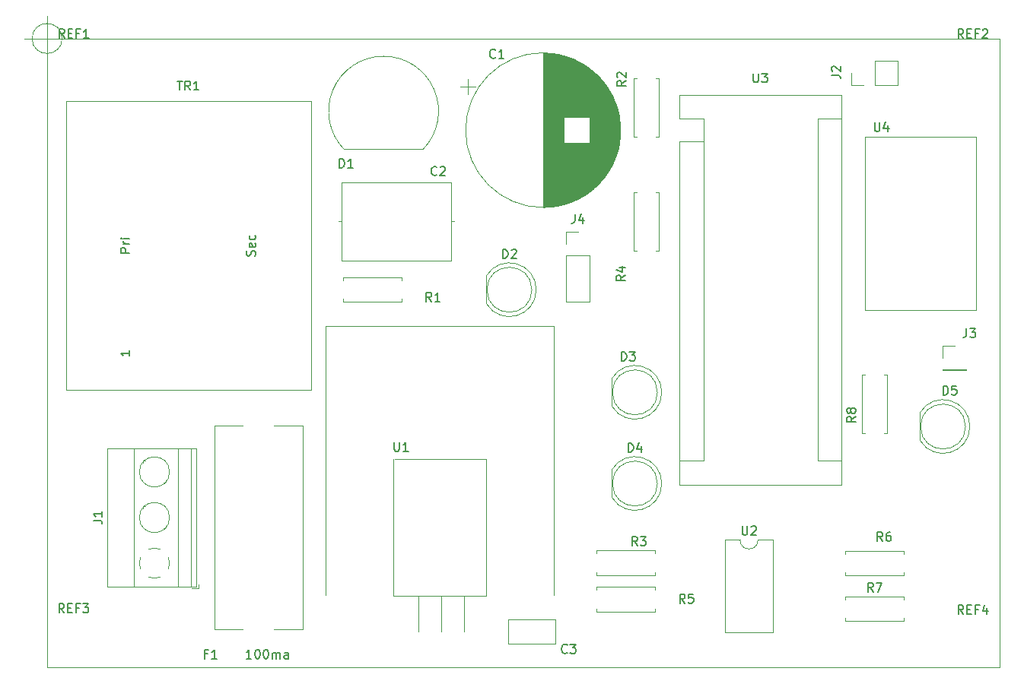
<source format=gbr>
%TF.GenerationSoftware,KiCad,Pcbnew,(5.1.8)-1*%
%TF.CreationDate,2021-03-14T10:01:34+01:00*%
%TF.ProjectId,Telerupteur_Emetteur_RF433_V2,54656c65-7275-4707-9465-75725f456d65,rev?*%
%TF.SameCoordinates,Original*%
%TF.FileFunction,Legend,Top*%
%TF.FilePolarity,Positive*%
%FSLAX46Y46*%
G04 Gerber Fmt 4.6, Leading zero omitted, Abs format (unit mm)*
G04 Created by KiCad (PCBNEW (5.1.8)-1) date 2021-03-14 10:01:34*
%MOMM*%
%LPD*%
G01*
G04 APERTURE LIST*
%TA.AperFunction,Profile*%
%ADD10C,0.050000*%
%TD*%
%ADD11C,0.120000*%
%TA.AperFunction,Profile*%
%ADD12C,0.100000*%
%TD*%
%ADD13C,0.150000*%
G04 APERTURE END LIST*
D10*
X50666666Y-49950000D02*
G75*
G03*
X50666666Y-49950000I-1666666J0D01*
G01*
X46500000Y-49950000D02*
X51500000Y-49950000D01*
X49000000Y-47450000D02*
X49000000Y-52450000D01*
D11*
X80000000Y-82000000D02*
X80000000Y-112000000D01*
X105400000Y-82000000D02*
X105400000Y-112000000D01*
X80000000Y-82000000D02*
X105400000Y-82000000D01*
D12*
X49000000Y-49950000D02*
X155000000Y-49975000D01*
D10*
X49000000Y-120000000D02*
X155000000Y-120000000D01*
X155000000Y-49975000D02*
X155000000Y-120000000D01*
D12*
X49000000Y-49950000D02*
X49000000Y-120000000D01*
D11*
%TO.C,C1*%
X112820000Y-60160000D02*
G75*
G03*
X112820000Y-60160000I-8620000J0D01*
G01*
X104200000Y-51579000D02*
X104200000Y-68741000D01*
X104240000Y-51580000D02*
X104240000Y-68740000D01*
X104280000Y-51580000D02*
X104280000Y-68740000D01*
X104320000Y-51580000D02*
X104320000Y-68740000D01*
X104360000Y-51581000D02*
X104360000Y-68739000D01*
X104400000Y-51582000D02*
X104400000Y-68738000D01*
X104440000Y-51583000D02*
X104440000Y-68737000D01*
X104480000Y-51584000D02*
X104480000Y-68736000D01*
X104520000Y-51585000D02*
X104520000Y-68735000D01*
X104560000Y-51587000D02*
X104560000Y-68733000D01*
X104600000Y-51589000D02*
X104600000Y-68731000D01*
X104640000Y-51591000D02*
X104640000Y-68729000D01*
X104680000Y-51593000D02*
X104680000Y-68727000D01*
X104720000Y-51595000D02*
X104720000Y-68725000D01*
X104760000Y-51598000D02*
X104760000Y-68722000D01*
X104800000Y-51600000D02*
X104800000Y-68720000D01*
X104840000Y-51603000D02*
X104840000Y-68717000D01*
X104880000Y-51606000D02*
X104880000Y-68714000D01*
X104921000Y-51610000D02*
X104921000Y-68710000D01*
X104961000Y-51613000D02*
X104961000Y-68707000D01*
X105001000Y-51617000D02*
X105001000Y-68703000D01*
X105041000Y-51621000D02*
X105041000Y-68699000D01*
X105081000Y-51625000D02*
X105081000Y-68695000D01*
X105121000Y-51629000D02*
X105121000Y-68691000D01*
X105161000Y-51633000D02*
X105161000Y-68687000D01*
X105201000Y-51638000D02*
X105201000Y-68682000D01*
X105241000Y-51642000D02*
X105241000Y-68678000D01*
X105281000Y-51647000D02*
X105281000Y-68673000D01*
X105321000Y-51653000D02*
X105321000Y-68667000D01*
X105361000Y-51658000D02*
X105361000Y-68662000D01*
X105401000Y-51663000D02*
X105401000Y-68657000D01*
X105441000Y-51669000D02*
X105441000Y-68651000D01*
X105481000Y-51675000D02*
X105481000Y-68645000D01*
X105521000Y-51681000D02*
X105521000Y-68639000D01*
X105561000Y-51687000D02*
X105561000Y-68633000D01*
X105601000Y-51694000D02*
X105601000Y-68626000D01*
X105641000Y-51701000D02*
X105641000Y-68619000D01*
X105681000Y-51708000D02*
X105681000Y-68612000D01*
X105721000Y-51715000D02*
X105721000Y-68605000D01*
X105761000Y-51722000D02*
X105761000Y-68598000D01*
X105801000Y-51729000D02*
X105801000Y-68591000D01*
X105841000Y-51737000D02*
X105841000Y-68583000D01*
X105881000Y-51745000D02*
X105881000Y-68575000D01*
X105921000Y-51753000D02*
X105921000Y-68567000D01*
X105961000Y-51761000D02*
X105961000Y-68559000D01*
X106001000Y-51770000D02*
X106001000Y-68550000D01*
X106041000Y-51778000D02*
X106041000Y-68542000D01*
X106081000Y-51787000D02*
X106081000Y-68533000D01*
X106121000Y-51796000D02*
X106121000Y-68524000D01*
X106161000Y-51805000D02*
X106161000Y-68515000D01*
X106201000Y-51815000D02*
X106201000Y-68505000D01*
X106241000Y-51824000D02*
X106241000Y-68496000D01*
X106281000Y-51834000D02*
X106281000Y-68486000D01*
X106321000Y-51844000D02*
X106321000Y-68476000D01*
X106361000Y-51855000D02*
X106361000Y-68465000D01*
X106401000Y-51865000D02*
X106401000Y-68455000D01*
X106441000Y-51876000D02*
X106441000Y-68444000D01*
X106481000Y-51886000D02*
X106481000Y-68434000D01*
X106521000Y-51898000D02*
X106521000Y-58720000D01*
X106521000Y-61600000D02*
X106521000Y-68422000D01*
X106561000Y-51909000D02*
X106561000Y-58720000D01*
X106561000Y-61600000D02*
X106561000Y-68411000D01*
X106601000Y-51920000D02*
X106601000Y-58720000D01*
X106601000Y-61600000D02*
X106601000Y-68400000D01*
X106641000Y-51932000D02*
X106641000Y-58720000D01*
X106641000Y-61600000D02*
X106641000Y-68388000D01*
X106681000Y-51944000D02*
X106681000Y-58720000D01*
X106681000Y-61600000D02*
X106681000Y-68376000D01*
X106721000Y-51956000D02*
X106721000Y-58720000D01*
X106721000Y-61600000D02*
X106721000Y-68364000D01*
X106761000Y-51968000D02*
X106761000Y-58720000D01*
X106761000Y-61600000D02*
X106761000Y-68352000D01*
X106801000Y-51981000D02*
X106801000Y-58720000D01*
X106801000Y-61600000D02*
X106801000Y-68339000D01*
X106841000Y-51994000D02*
X106841000Y-58720000D01*
X106841000Y-61600000D02*
X106841000Y-68326000D01*
X106881000Y-52007000D02*
X106881000Y-58720000D01*
X106881000Y-61600000D02*
X106881000Y-68313000D01*
X106921000Y-52020000D02*
X106921000Y-58720000D01*
X106921000Y-61600000D02*
X106921000Y-68300000D01*
X106961000Y-52033000D02*
X106961000Y-58720000D01*
X106961000Y-61600000D02*
X106961000Y-68287000D01*
X107001000Y-52047000D02*
X107001000Y-58720000D01*
X107001000Y-61600000D02*
X107001000Y-68273000D01*
X107041000Y-52061000D02*
X107041000Y-58720000D01*
X107041000Y-61600000D02*
X107041000Y-68259000D01*
X107081000Y-52075000D02*
X107081000Y-58720000D01*
X107081000Y-61600000D02*
X107081000Y-68245000D01*
X107121000Y-52089000D02*
X107121000Y-58720000D01*
X107121000Y-61600000D02*
X107121000Y-68231000D01*
X107161000Y-52104000D02*
X107161000Y-58720000D01*
X107161000Y-61600000D02*
X107161000Y-68216000D01*
X107201000Y-52118000D02*
X107201000Y-58720000D01*
X107201000Y-61600000D02*
X107201000Y-68202000D01*
X107241000Y-52133000D02*
X107241000Y-58720000D01*
X107241000Y-61600000D02*
X107241000Y-68187000D01*
X107281000Y-52149000D02*
X107281000Y-58720000D01*
X107281000Y-61600000D02*
X107281000Y-68171000D01*
X107321000Y-52164000D02*
X107321000Y-58720000D01*
X107321000Y-61600000D02*
X107321000Y-68156000D01*
X107361000Y-52180000D02*
X107361000Y-58720000D01*
X107361000Y-61600000D02*
X107361000Y-68140000D01*
X107401000Y-52195000D02*
X107401000Y-58720000D01*
X107401000Y-61600000D02*
X107401000Y-68125000D01*
X107441000Y-52212000D02*
X107441000Y-58720000D01*
X107441000Y-61600000D02*
X107441000Y-68108000D01*
X107481000Y-52228000D02*
X107481000Y-58720000D01*
X107481000Y-61600000D02*
X107481000Y-68092000D01*
X107521000Y-52245000D02*
X107521000Y-58720000D01*
X107521000Y-61600000D02*
X107521000Y-68075000D01*
X107561000Y-52261000D02*
X107561000Y-58720000D01*
X107561000Y-61600000D02*
X107561000Y-68059000D01*
X107601000Y-52278000D02*
X107601000Y-58720000D01*
X107601000Y-61600000D02*
X107601000Y-68042000D01*
X107641000Y-52296000D02*
X107641000Y-58720000D01*
X107641000Y-61600000D02*
X107641000Y-68024000D01*
X107681000Y-52313000D02*
X107681000Y-58720000D01*
X107681000Y-61600000D02*
X107681000Y-68007000D01*
X107721000Y-52331000D02*
X107721000Y-58720000D01*
X107721000Y-61600000D02*
X107721000Y-67989000D01*
X107761000Y-52349000D02*
X107761000Y-58720000D01*
X107761000Y-61600000D02*
X107761000Y-67971000D01*
X107801000Y-52367000D02*
X107801000Y-58720000D01*
X107801000Y-61600000D02*
X107801000Y-67953000D01*
X107841000Y-52386000D02*
X107841000Y-58720000D01*
X107841000Y-61600000D02*
X107841000Y-67934000D01*
X107881000Y-52405000D02*
X107881000Y-58720000D01*
X107881000Y-61600000D02*
X107881000Y-67915000D01*
X107921000Y-52424000D02*
X107921000Y-58720000D01*
X107921000Y-61600000D02*
X107921000Y-67896000D01*
X107961000Y-52443000D02*
X107961000Y-58720000D01*
X107961000Y-61600000D02*
X107961000Y-67877000D01*
X108001000Y-52462000D02*
X108001000Y-58720000D01*
X108001000Y-61600000D02*
X108001000Y-67858000D01*
X108041000Y-52482000D02*
X108041000Y-58720000D01*
X108041000Y-61600000D02*
X108041000Y-67838000D01*
X108081000Y-52502000D02*
X108081000Y-58720000D01*
X108081000Y-61600000D02*
X108081000Y-67818000D01*
X108121000Y-52522000D02*
X108121000Y-58720000D01*
X108121000Y-61600000D02*
X108121000Y-67798000D01*
X108161000Y-52543000D02*
X108161000Y-58720000D01*
X108161000Y-61600000D02*
X108161000Y-67777000D01*
X108201000Y-52564000D02*
X108201000Y-58720000D01*
X108201000Y-61600000D02*
X108201000Y-67756000D01*
X108241000Y-52585000D02*
X108241000Y-58720000D01*
X108241000Y-61600000D02*
X108241000Y-67735000D01*
X108281000Y-52606000D02*
X108281000Y-58720000D01*
X108281000Y-61600000D02*
X108281000Y-67714000D01*
X108321000Y-52628000D02*
X108321000Y-58720000D01*
X108321000Y-61600000D02*
X108321000Y-67692000D01*
X108361000Y-52650000D02*
X108361000Y-58720000D01*
X108361000Y-61600000D02*
X108361000Y-67670000D01*
X108401000Y-52672000D02*
X108401000Y-58720000D01*
X108401000Y-61600000D02*
X108401000Y-67648000D01*
X108441000Y-52694000D02*
X108441000Y-58720000D01*
X108441000Y-61600000D02*
X108441000Y-67626000D01*
X108481000Y-52717000D02*
X108481000Y-58720000D01*
X108481000Y-61600000D02*
X108481000Y-67603000D01*
X108521000Y-52740000D02*
X108521000Y-58720000D01*
X108521000Y-61600000D02*
X108521000Y-67580000D01*
X108561000Y-52763000D02*
X108561000Y-58720000D01*
X108561000Y-61600000D02*
X108561000Y-67557000D01*
X108601000Y-52787000D02*
X108601000Y-58720000D01*
X108601000Y-61600000D02*
X108601000Y-67533000D01*
X108641000Y-52811000D02*
X108641000Y-58720000D01*
X108641000Y-61600000D02*
X108641000Y-67509000D01*
X108681000Y-52835000D02*
X108681000Y-58720000D01*
X108681000Y-61600000D02*
X108681000Y-67485000D01*
X108721000Y-52860000D02*
X108721000Y-58720000D01*
X108721000Y-61600000D02*
X108721000Y-67460000D01*
X108761000Y-52884000D02*
X108761000Y-58720000D01*
X108761000Y-61600000D02*
X108761000Y-67436000D01*
X108801000Y-52909000D02*
X108801000Y-58720000D01*
X108801000Y-61600000D02*
X108801000Y-67411000D01*
X108841000Y-52935000D02*
X108841000Y-58720000D01*
X108841000Y-61600000D02*
X108841000Y-67385000D01*
X108881000Y-52961000D02*
X108881000Y-58720000D01*
X108881000Y-61600000D02*
X108881000Y-67359000D01*
X108921000Y-52987000D02*
X108921000Y-58720000D01*
X108921000Y-61600000D02*
X108921000Y-67333000D01*
X108961000Y-53013000D02*
X108961000Y-58720000D01*
X108961000Y-61600000D02*
X108961000Y-67307000D01*
X109001000Y-53040000D02*
X109001000Y-58720000D01*
X109001000Y-61600000D02*
X109001000Y-67280000D01*
X109041000Y-53067000D02*
X109041000Y-58720000D01*
X109041000Y-61600000D02*
X109041000Y-67253000D01*
X109081000Y-53094000D02*
X109081000Y-58720000D01*
X109081000Y-61600000D02*
X109081000Y-67226000D01*
X109121000Y-53122000D02*
X109121000Y-58720000D01*
X109121000Y-61600000D02*
X109121000Y-67198000D01*
X109161000Y-53149000D02*
X109161000Y-58720000D01*
X109161000Y-61600000D02*
X109161000Y-67171000D01*
X109201000Y-53178000D02*
X109201000Y-58720000D01*
X109201000Y-61600000D02*
X109201000Y-67142000D01*
X109241000Y-53206000D02*
X109241000Y-58720000D01*
X109241000Y-61600000D02*
X109241000Y-67114000D01*
X109281000Y-53235000D02*
X109281000Y-58720000D01*
X109281000Y-61600000D02*
X109281000Y-67085000D01*
X109321000Y-53265000D02*
X109321000Y-58720000D01*
X109321000Y-61600000D02*
X109321000Y-67055000D01*
X109361000Y-53295000D02*
X109361000Y-58720000D01*
X109361000Y-61600000D02*
X109361000Y-67025000D01*
X109401000Y-53325000D02*
X109401000Y-66995000D01*
X109441000Y-53355000D02*
X109441000Y-66965000D01*
X109481000Y-53386000D02*
X109481000Y-66934000D01*
X109521000Y-53417000D02*
X109521000Y-66903000D01*
X109561000Y-53449000D02*
X109561000Y-66871000D01*
X109601000Y-53481000D02*
X109601000Y-66839000D01*
X109641000Y-53513000D02*
X109641000Y-66807000D01*
X109681000Y-53546000D02*
X109681000Y-66774000D01*
X109721000Y-53579000D02*
X109721000Y-66741000D01*
X109761000Y-53612000D02*
X109761000Y-66708000D01*
X109801000Y-53646000D02*
X109801000Y-66674000D01*
X109841000Y-53681000D02*
X109841000Y-66639000D01*
X109881000Y-53716000D02*
X109881000Y-66604000D01*
X109921000Y-53751000D02*
X109921000Y-66569000D01*
X109961000Y-53786000D02*
X109961000Y-66534000D01*
X110001000Y-53823000D02*
X110001000Y-66497000D01*
X110041000Y-53859000D02*
X110041000Y-66461000D01*
X110081000Y-53896000D02*
X110081000Y-66424000D01*
X110121000Y-53934000D02*
X110121000Y-66386000D01*
X110161000Y-53972000D02*
X110161000Y-66348000D01*
X110201000Y-54010000D02*
X110201000Y-66310000D01*
X110241000Y-54049000D02*
X110241000Y-66271000D01*
X110281000Y-54089000D02*
X110281000Y-66231000D01*
X110321000Y-54129000D02*
X110321000Y-66191000D01*
X110361000Y-54170000D02*
X110361000Y-66150000D01*
X110401000Y-54211000D02*
X110401000Y-66109000D01*
X110441000Y-54253000D02*
X110441000Y-66067000D01*
X110481000Y-54295000D02*
X110481000Y-66025000D01*
X110521000Y-54338000D02*
X110521000Y-65982000D01*
X110561000Y-54381000D02*
X110561000Y-65939000D01*
X110601000Y-54425000D02*
X110601000Y-65895000D01*
X110641000Y-54470000D02*
X110641000Y-65850000D01*
X110681000Y-54515000D02*
X110681000Y-65805000D01*
X110721000Y-54561000D02*
X110721000Y-65759000D01*
X110761000Y-54607000D02*
X110761000Y-65713000D01*
X110801000Y-54655000D02*
X110801000Y-65665000D01*
X110841000Y-54703000D02*
X110841000Y-65617000D01*
X110881000Y-54751000D02*
X110881000Y-65569000D01*
X110921000Y-54801000D02*
X110921000Y-65519000D01*
X110961000Y-54851000D02*
X110961000Y-65469000D01*
X111001000Y-54902000D02*
X111001000Y-65418000D01*
X111041000Y-54954000D02*
X111041000Y-65366000D01*
X111081000Y-55006000D02*
X111081000Y-65314000D01*
X111121000Y-55060000D02*
X111121000Y-65260000D01*
X111161000Y-55114000D02*
X111161000Y-65206000D01*
X111201000Y-55169000D02*
X111201000Y-65151000D01*
X111241000Y-55225000D02*
X111241000Y-65095000D01*
X111281000Y-55282000D02*
X111281000Y-65038000D01*
X111321000Y-55340000D02*
X111321000Y-64980000D01*
X111361000Y-55400000D02*
X111361000Y-64920000D01*
X111401000Y-55460000D02*
X111401000Y-64860000D01*
X111441000Y-55521000D02*
X111441000Y-64799000D01*
X111481000Y-55584000D02*
X111481000Y-64736000D01*
X111521000Y-55647000D02*
X111521000Y-64673000D01*
X111561000Y-55712000D02*
X111561000Y-64608000D01*
X111601000Y-55779000D02*
X111601000Y-64541000D01*
X111641000Y-55846000D02*
X111641000Y-64474000D01*
X111681000Y-55915000D02*
X111681000Y-64405000D01*
X111721000Y-55986000D02*
X111721000Y-64334000D01*
X111761000Y-56058000D02*
X111761000Y-64262000D01*
X111801000Y-56132000D02*
X111801000Y-64188000D01*
X111841000Y-56208000D02*
X111841000Y-64112000D01*
X111881000Y-56285000D02*
X111881000Y-64035000D01*
X111921000Y-56365000D02*
X111921000Y-63955000D01*
X111961000Y-56446000D02*
X111961000Y-63874000D01*
X112001000Y-56530000D02*
X112001000Y-63790000D01*
X112041000Y-56616000D02*
X112041000Y-63704000D01*
X112081000Y-56705000D02*
X112081000Y-63615000D01*
X112121000Y-56797000D02*
X112121000Y-63523000D01*
X112161000Y-56892000D02*
X112161000Y-63428000D01*
X112201000Y-56989000D02*
X112201000Y-63331000D01*
X112241000Y-57091000D02*
X112241000Y-63229000D01*
X112281000Y-57197000D02*
X112281000Y-63123000D01*
X112321000Y-57306000D02*
X112321000Y-63014000D01*
X112361000Y-57421000D02*
X112361000Y-62899000D01*
X112400000Y-57542000D02*
X112400000Y-62778000D01*
X112440000Y-57668000D02*
X112440000Y-62652000D01*
X112480000Y-57802000D02*
X112480000Y-62518000D01*
X112520000Y-57945000D02*
X112520000Y-62375000D01*
X112560000Y-58098000D02*
X112560000Y-62222000D01*
X112600000Y-58264000D02*
X112600000Y-62056000D01*
X112640000Y-58447000D02*
X112640000Y-61873000D01*
X112680000Y-58652000D02*
X112680000Y-61668000D01*
X112720000Y-58890000D02*
X112720000Y-61430000D01*
X112760000Y-59184000D02*
X112760000Y-61136000D01*
X112800000Y-59613000D02*
X112800000Y-60707000D01*
X94975534Y-55325000D02*
X96675534Y-55325000D01*
X95825534Y-54475000D02*
X95825534Y-56175000D01*
%TO.C,C2*%
X93990000Y-74690000D02*
X93990000Y-65950000D01*
X93990000Y-65950000D02*
X81750000Y-65950000D01*
X81750000Y-65950000D02*
X81750000Y-74690000D01*
X81750000Y-74690000D02*
X93990000Y-74690000D01*
X94330000Y-70320000D02*
X93990000Y-70320000D01*
X81410000Y-70320000D02*
X81750000Y-70320000D01*
%TO.C,C3*%
X105590000Y-114670000D02*
X105590000Y-117410000D01*
X100350000Y-114670000D02*
X100350000Y-117410000D01*
X100350000Y-117410000D02*
X105590000Y-117410000D01*
X100350000Y-114670000D02*
X105590000Y-114670000D01*
%TO.C,D2*%
X97890000Y-76395000D02*
X97890000Y-79485000D01*
X102950000Y-77940000D02*
G75*
G03*
X102950000Y-77940000I-2500000J0D01*
G01*
X103440000Y-77939538D02*
G75*
G02*
X97890000Y-79484830I-2990000J-462D01*
G01*
X103440000Y-77940462D02*
G75*
G03*
X97890000Y-76395170I-2990000J462D01*
G01*
%TO.C,D3*%
X116920000Y-89370000D02*
G75*
G03*
X116920000Y-89370000I-2500000J0D01*
G01*
X111860000Y-87825000D02*
X111860000Y-90915000D01*
X117410000Y-89370462D02*
G75*
G03*
X111860000Y-87825170I-2990000J462D01*
G01*
X117410000Y-89369538D02*
G75*
G02*
X111860000Y-90914830I-2990000J-462D01*
G01*
%TO.C,D4*%
X111860000Y-97985000D02*
X111860000Y-101075000D01*
X116920000Y-99530000D02*
G75*
G03*
X116920000Y-99530000I-2500000J0D01*
G01*
X117410000Y-99529538D02*
G75*
G02*
X111860000Y-101074830I-2990000J-462D01*
G01*
X117410000Y-99530462D02*
G75*
G03*
X111860000Y-97985170I-2990000J462D01*
G01*
%TO.C,D5*%
X151210000Y-93180000D02*
G75*
G03*
X151210000Y-93180000I-2500000J0D01*
G01*
X146150000Y-91635000D02*
X146150000Y-94725000D01*
X151700000Y-93180462D02*
G75*
G03*
X146150000Y-91635170I-2990000J462D01*
G01*
X151700000Y-93179538D02*
G75*
G02*
X146150000Y-94724830I-2990000J-462D01*
G01*
%TO.C,F1*%
X67600000Y-115790000D02*
X70760000Y-115790000D01*
X74260000Y-115790000D02*
X77420000Y-115790000D01*
X74260000Y-93070000D02*
X77420000Y-93070000D01*
X77420000Y-93070000D02*
X77420000Y-115790000D01*
X67600000Y-93070000D02*
X67600000Y-115790000D01*
X67600000Y-93070000D02*
X70760000Y-93070000D01*
%TO.C,J2*%
X143690000Y-55140000D02*
X143690000Y-52480000D01*
X141090000Y-55140000D02*
X143690000Y-55140000D01*
X141090000Y-52480000D02*
X143690000Y-52480000D01*
X141090000Y-55140000D02*
X141090000Y-52480000D01*
X139820000Y-55140000D02*
X138490000Y-55140000D01*
X138490000Y-55140000D02*
X138490000Y-53810000D01*
%TO.C,J3*%
X148650000Y-84230000D02*
X149980000Y-84230000D01*
X148650000Y-85560000D02*
X148650000Y-84230000D01*
X148650000Y-86830000D02*
X151310000Y-86830000D01*
X151310000Y-86830000D02*
X151310000Y-86890000D01*
X148650000Y-86830000D02*
X148650000Y-86890000D01*
X148650000Y-86890000D02*
X151310000Y-86890000D01*
%TO.C,J4*%
X106740000Y-79270000D02*
X109400000Y-79270000D01*
X106740000Y-74130000D02*
X106740000Y-79270000D01*
X109400000Y-74130000D02*
X109400000Y-79270000D01*
X106740000Y-74130000D02*
X109400000Y-74130000D01*
X106740000Y-72860000D02*
X106740000Y-71530000D01*
X106740000Y-71530000D02*
X108070000Y-71530000D01*
%TO.C,R1*%
X81940000Y-76900000D02*
X81940000Y-76570000D01*
X81940000Y-76570000D02*
X88480000Y-76570000D01*
X88480000Y-76570000D02*
X88480000Y-76900000D01*
X81940000Y-78980000D02*
X81940000Y-79310000D01*
X81940000Y-79310000D02*
X88480000Y-79310000D01*
X88480000Y-79310000D02*
X88480000Y-78980000D01*
%TO.C,R2*%
X117060000Y-54350000D02*
X116730000Y-54350000D01*
X117060000Y-60890000D02*
X117060000Y-54350000D01*
X116730000Y-60890000D02*
X117060000Y-60890000D01*
X114320000Y-54350000D02*
X114650000Y-54350000D01*
X114320000Y-60890000D02*
X114320000Y-54350000D01*
X114650000Y-60890000D02*
X114320000Y-60890000D01*
%TO.C,R3*%
X110100000Y-107335000D02*
X110100000Y-107005000D01*
X110100000Y-107005000D02*
X116640000Y-107005000D01*
X116640000Y-107005000D02*
X116640000Y-107335000D01*
X110100000Y-109415000D02*
X110100000Y-109745000D01*
X110100000Y-109745000D02*
X116640000Y-109745000D01*
X116640000Y-109745000D02*
X116640000Y-109415000D01*
%TO.C,R4*%
X114320000Y-73590000D02*
X114650000Y-73590000D01*
X114320000Y-67050000D02*
X114320000Y-73590000D01*
X114650000Y-67050000D02*
X114320000Y-67050000D01*
X117060000Y-73590000D02*
X116730000Y-73590000D01*
X117060000Y-67050000D02*
X117060000Y-73590000D01*
X116730000Y-67050000D02*
X117060000Y-67050000D01*
%TO.C,R5*%
X110100000Y-111385000D02*
X110100000Y-111055000D01*
X110100000Y-111055000D02*
X116640000Y-111055000D01*
X116640000Y-111055000D02*
X116640000Y-111385000D01*
X110100000Y-113465000D02*
X110100000Y-113795000D01*
X110100000Y-113795000D02*
X116640000Y-113795000D01*
X116640000Y-113795000D02*
X116640000Y-113465000D01*
%TO.C,R6*%
X137820000Y-107380000D02*
X137820000Y-107050000D01*
X137820000Y-107050000D02*
X144360000Y-107050000D01*
X144360000Y-107050000D02*
X144360000Y-107380000D01*
X137820000Y-109460000D02*
X137820000Y-109790000D01*
X137820000Y-109790000D02*
X144360000Y-109790000D01*
X144360000Y-109790000D02*
X144360000Y-109460000D01*
%TO.C,R7*%
X144360000Y-114870000D02*
X144360000Y-114540000D01*
X137820000Y-114870000D02*
X144360000Y-114870000D01*
X137820000Y-114540000D02*
X137820000Y-114870000D01*
X144360000Y-112130000D02*
X144360000Y-112460000D01*
X137820000Y-112130000D02*
X144360000Y-112130000D01*
X137820000Y-112460000D02*
X137820000Y-112130000D01*
%TO.C,R8*%
X142460000Y-87370000D02*
X142130000Y-87370000D01*
X142460000Y-93910000D02*
X142460000Y-87370000D01*
X142130000Y-93910000D02*
X142460000Y-93910000D01*
X139720000Y-87370000D02*
X140050000Y-87370000D01*
X139720000Y-93910000D02*
X139720000Y-87370000D01*
X140050000Y-93910000D02*
X139720000Y-93910000D01*
%TO.C,TR1*%
X51110000Y-56900000D02*
X78350000Y-56900000D01*
X51110000Y-56900000D02*
X51110000Y-89140000D01*
X78350000Y-89140000D02*
X78350000Y-56900000D01*
X78350000Y-89140000D02*
X51110000Y-89140000D01*
%TO.C,U1*%
X87565000Y-112015000D02*
X87565000Y-96815000D01*
X97815000Y-112015000D02*
X87565000Y-112015000D01*
X97865000Y-96815000D02*
X97865000Y-112015000D01*
X87665000Y-96840000D02*
X97815000Y-96840000D01*
X90290000Y-112040000D02*
X90290000Y-116040000D01*
X92830000Y-112040000D02*
X92830000Y-116040000D01*
X95365000Y-112040000D02*
X95370000Y-116040000D01*
%TO.C,U2*%
X129770000Y-105820000D02*
X128120000Y-105820000D01*
X129770000Y-116100000D02*
X129770000Y-105820000D01*
X124470000Y-116100000D02*
X129770000Y-116100000D01*
X124470000Y-105820000D02*
X124470000Y-116100000D01*
X126120000Y-105820000D02*
X124470000Y-105820000D01*
X128120000Y-105820000D02*
G75*
G02*
X126120000Y-105820000I-1000000J0D01*
G01*
%TO.C,U3*%
X137410000Y-56220000D02*
X119370000Y-56220000D01*
X137410000Y-99660000D02*
X137410000Y-56220000D01*
X119370000Y-99660000D02*
X137410000Y-99660000D01*
X122040000Y-96990000D02*
X119370000Y-96990000D01*
X122040000Y-61430000D02*
X122040000Y-96990000D01*
X122040000Y-61430000D02*
X119370000Y-61430000D01*
X134740000Y-96990000D02*
X137410000Y-96990000D01*
X134740000Y-58890000D02*
X134740000Y-96990000D01*
X134740000Y-58890000D02*
X137410000Y-58890000D01*
X119370000Y-56220000D02*
X119370000Y-58890000D01*
X119370000Y-61430000D02*
X119370000Y-99660000D01*
X122040000Y-58890000D02*
X119370000Y-58890000D01*
X122040000Y-61430000D02*
X122040000Y-58890000D01*
%TO.C,U4*%
X152410000Y-60890000D02*
X152410000Y-80190000D01*
X152310000Y-80190000D02*
X140060000Y-80190000D01*
X140010000Y-60890000D02*
X140010000Y-80190000D01*
X152310000Y-60890000D02*
X140060000Y-60890000D01*
%TO.C,J1*%
X65850000Y-111240000D02*
X65850000Y-110740000D01*
X65110000Y-111240000D02*
X65850000Y-111240000D01*
X61973000Y-99467000D02*
X62019000Y-99514000D01*
X59675000Y-97170000D02*
X59711000Y-97205000D01*
X62189000Y-99274000D02*
X62224000Y-99309000D01*
X59881000Y-96965000D02*
X59927000Y-97012000D01*
X61973000Y-104547000D02*
X62019000Y-104594000D01*
X59675000Y-102250000D02*
X59711000Y-102285000D01*
X62189000Y-104354000D02*
X62224000Y-104389000D01*
X59881000Y-102045000D02*
X59927000Y-102092000D01*
X55689000Y-95640000D02*
X65610000Y-95640000D01*
X55689000Y-111000000D02*
X65610000Y-111000000D01*
X65610000Y-111000000D02*
X65610000Y-95640000D01*
X55689000Y-111000000D02*
X55689000Y-95640000D01*
X58649000Y-111000000D02*
X58649000Y-95640000D01*
X63550000Y-111000000D02*
X63550000Y-95640000D01*
X65050000Y-111000000D02*
X65050000Y-95640000D01*
X62630000Y-98240000D02*
G75*
G03*
X62630000Y-98240000I-1680000J0D01*
G01*
X62630000Y-103320000D02*
G75*
G03*
X62630000Y-103320000I-1680000J0D01*
G01*
X62484756Y-107716682D02*
G75*
G02*
X62630000Y-108400000I-1534756J-683318D01*
G01*
X60266958Y-106864574D02*
G75*
G02*
X61634000Y-106865000I683042J-1535426D01*
G01*
X59414574Y-109083042D02*
G75*
G02*
X59415000Y-107716000I1535426J683042D01*
G01*
X61633042Y-109935426D02*
G75*
G02*
X60266000Y-109935000I-683042J1535426D01*
G01*
X62630253Y-108371195D02*
G75*
G02*
X62485000Y-109084000I-1680253J-28805D01*
G01*
%TO.C,D1*%
X82075000Y-62300000D02*
X90850000Y-62300000D01*
X82050000Y-62300000D02*
G75*
G02*
X90850000Y-62300000I4400000J4252585D01*
G01*
%TD*%
%TO.C,REF4*%
D13*
X150977380Y-114077380D02*
X150644047Y-113601190D01*
X150405952Y-114077380D02*
X150405952Y-113077380D01*
X150786904Y-113077380D01*
X150882142Y-113125000D01*
X150929761Y-113172619D01*
X150977380Y-113267857D01*
X150977380Y-113410714D01*
X150929761Y-113505952D01*
X150882142Y-113553571D01*
X150786904Y-113601190D01*
X150405952Y-113601190D01*
X151405952Y-113553571D02*
X151739285Y-113553571D01*
X151882142Y-114077380D02*
X151405952Y-114077380D01*
X151405952Y-113077380D01*
X151882142Y-113077380D01*
X152644047Y-113553571D02*
X152310714Y-113553571D01*
X152310714Y-114077380D02*
X152310714Y-113077380D01*
X152786904Y-113077380D01*
X153596428Y-113410714D02*
X153596428Y-114077380D01*
X153358333Y-113029761D02*
X153120238Y-113744047D01*
X153739285Y-113744047D01*
%TO.C,REF2*%
X150977380Y-49917380D02*
X150644047Y-49441190D01*
X150405952Y-49917380D02*
X150405952Y-48917380D01*
X150786904Y-48917380D01*
X150882142Y-48965000D01*
X150929761Y-49012619D01*
X150977380Y-49107857D01*
X150977380Y-49250714D01*
X150929761Y-49345952D01*
X150882142Y-49393571D01*
X150786904Y-49441190D01*
X150405952Y-49441190D01*
X151405952Y-49393571D02*
X151739285Y-49393571D01*
X151882142Y-49917380D02*
X151405952Y-49917380D01*
X151405952Y-48917380D01*
X151882142Y-48917380D01*
X152644047Y-49393571D02*
X152310714Y-49393571D01*
X152310714Y-49917380D02*
X152310714Y-48917380D01*
X152786904Y-48917380D01*
X153120238Y-49012619D02*
X153167857Y-48965000D01*
X153263095Y-48917380D01*
X153501190Y-48917380D01*
X153596428Y-48965000D01*
X153644047Y-49012619D01*
X153691666Y-49107857D01*
X153691666Y-49203095D01*
X153644047Y-49345952D01*
X153072619Y-49917380D01*
X153691666Y-49917380D01*
%TO.C,REF3*%
X50902380Y-113927380D02*
X50569047Y-113451190D01*
X50330952Y-113927380D02*
X50330952Y-112927380D01*
X50711904Y-112927380D01*
X50807142Y-112975000D01*
X50854761Y-113022619D01*
X50902380Y-113117857D01*
X50902380Y-113260714D01*
X50854761Y-113355952D01*
X50807142Y-113403571D01*
X50711904Y-113451190D01*
X50330952Y-113451190D01*
X51330952Y-113403571D02*
X51664285Y-113403571D01*
X51807142Y-113927380D02*
X51330952Y-113927380D01*
X51330952Y-112927380D01*
X51807142Y-112927380D01*
X52569047Y-113403571D02*
X52235714Y-113403571D01*
X52235714Y-113927380D02*
X52235714Y-112927380D01*
X52711904Y-112927380D01*
X52997619Y-112927380D02*
X53616666Y-112927380D01*
X53283333Y-113308333D01*
X53426190Y-113308333D01*
X53521428Y-113355952D01*
X53569047Y-113403571D01*
X53616666Y-113498809D01*
X53616666Y-113736904D01*
X53569047Y-113832142D01*
X53521428Y-113879761D01*
X53426190Y-113927380D01*
X53140476Y-113927380D01*
X53045238Y-113879761D01*
X52997619Y-113832142D01*
%TO.C,REF1*%
X50932380Y-49902380D02*
X50599047Y-49426190D01*
X50360952Y-49902380D02*
X50360952Y-48902380D01*
X50741904Y-48902380D01*
X50837142Y-48950000D01*
X50884761Y-48997619D01*
X50932380Y-49092857D01*
X50932380Y-49235714D01*
X50884761Y-49330952D01*
X50837142Y-49378571D01*
X50741904Y-49426190D01*
X50360952Y-49426190D01*
X51360952Y-49378571D02*
X51694285Y-49378571D01*
X51837142Y-49902380D02*
X51360952Y-49902380D01*
X51360952Y-48902380D01*
X51837142Y-48902380D01*
X52599047Y-49378571D02*
X52265714Y-49378571D01*
X52265714Y-49902380D02*
X52265714Y-48902380D01*
X52741904Y-48902380D01*
X53646666Y-49902380D02*
X53075238Y-49902380D01*
X53360952Y-49902380D02*
X53360952Y-48902380D01*
X53265714Y-49045238D01*
X53170476Y-49140476D01*
X53075238Y-49188095D01*
%TO.C,C1*%
X98883333Y-52057142D02*
X98835714Y-52104761D01*
X98692857Y-52152380D01*
X98597619Y-52152380D01*
X98454761Y-52104761D01*
X98359523Y-52009523D01*
X98311904Y-51914285D01*
X98264285Y-51723809D01*
X98264285Y-51580952D01*
X98311904Y-51390476D01*
X98359523Y-51295238D01*
X98454761Y-51200000D01*
X98597619Y-51152380D01*
X98692857Y-51152380D01*
X98835714Y-51200000D01*
X98883333Y-51247619D01*
X99835714Y-52152380D02*
X99264285Y-52152380D01*
X99550000Y-52152380D02*
X99550000Y-51152380D01*
X99454761Y-51295238D01*
X99359523Y-51390476D01*
X99264285Y-51438095D01*
%TO.C,C2*%
X92373333Y-65117142D02*
X92325714Y-65164761D01*
X92182857Y-65212380D01*
X92087619Y-65212380D01*
X91944761Y-65164761D01*
X91849523Y-65069523D01*
X91801904Y-64974285D01*
X91754285Y-64783809D01*
X91754285Y-64640952D01*
X91801904Y-64450476D01*
X91849523Y-64355238D01*
X91944761Y-64260000D01*
X92087619Y-64212380D01*
X92182857Y-64212380D01*
X92325714Y-64260000D01*
X92373333Y-64307619D01*
X92754285Y-64307619D02*
X92801904Y-64260000D01*
X92897142Y-64212380D01*
X93135238Y-64212380D01*
X93230476Y-64260000D01*
X93278095Y-64307619D01*
X93325714Y-64402857D01*
X93325714Y-64498095D01*
X93278095Y-64640952D01*
X92706666Y-65212380D01*
X93325714Y-65212380D01*
%TO.C,C3*%
X106883333Y-118357142D02*
X106835714Y-118404761D01*
X106692857Y-118452380D01*
X106597619Y-118452380D01*
X106454761Y-118404761D01*
X106359523Y-118309523D01*
X106311904Y-118214285D01*
X106264285Y-118023809D01*
X106264285Y-117880952D01*
X106311904Y-117690476D01*
X106359523Y-117595238D01*
X106454761Y-117500000D01*
X106597619Y-117452380D01*
X106692857Y-117452380D01*
X106835714Y-117500000D01*
X106883333Y-117547619D01*
X107216666Y-117452380D02*
X107835714Y-117452380D01*
X107502380Y-117833333D01*
X107645238Y-117833333D01*
X107740476Y-117880952D01*
X107788095Y-117928571D01*
X107835714Y-118023809D01*
X107835714Y-118261904D01*
X107788095Y-118357142D01*
X107740476Y-118404761D01*
X107645238Y-118452380D01*
X107359523Y-118452380D01*
X107264285Y-118404761D01*
X107216666Y-118357142D01*
%TO.C,D2*%
X99711904Y-74432380D02*
X99711904Y-73432380D01*
X99950000Y-73432380D01*
X100092857Y-73480000D01*
X100188095Y-73575238D01*
X100235714Y-73670476D01*
X100283333Y-73860952D01*
X100283333Y-74003809D01*
X100235714Y-74194285D01*
X100188095Y-74289523D01*
X100092857Y-74384761D01*
X99950000Y-74432380D01*
X99711904Y-74432380D01*
X100664285Y-73527619D02*
X100711904Y-73480000D01*
X100807142Y-73432380D01*
X101045238Y-73432380D01*
X101140476Y-73480000D01*
X101188095Y-73527619D01*
X101235714Y-73622857D01*
X101235714Y-73718095D01*
X101188095Y-73860952D01*
X100616666Y-74432380D01*
X101235714Y-74432380D01*
%TO.C,D3*%
X112911904Y-85852380D02*
X112911904Y-84852380D01*
X113150000Y-84852380D01*
X113292857Y-84900000D01*
X113388095Y-84995238D01*
X113435714Y-85090476D01*
X113483333Y-85280952D01*
X113483333Y-85423809D01*
X113435714Y-85614285D01*
X113388095Y-85709523D01*
X113292857Y-85804761D01*
X113150000Y-85852380D01*
X112911904Y-85852380D01*
X113816666Y-84852380D02*
X114435714Y-84852380D01*
X114102380Y-85233333D01*
X114245238Y-85233333D01*
X114340476Y-85280952D01*
X114388095Y-85328571D01*
X114435714Y-85423809D01*
X114435714Y-85661904D01*
X114388095Y-85757142D01*
X114340476Y-85804761D01*
X114245238Y-85852380D01*
X113959523Y-85852380D01*
X113864285Y-85804761D01*
X113816666Y-85757142D01*
%TO.C,D4*%
X113681904Y-96022380D02*
X113681904Y-95022380D01*
X113920000Y-95022380D01*
X114062857Y-95070000D01*
X114158095Y-95165238D01*
X114205714Y-95260476D01*
X114253333Y-95450952D01*
X114253333Y-95593809D01*
X114205714Y-95784285D01*
X114158095Y-95879523D01*
X114062857Y-95974761D01*
X113920000Y-96022380D01*
X113681904Y-96022380D01*
X115110476Y-95355714D02*
X115110476Y-96022380D01*
X114872380Y-94974761D02*
X114634285Y-95689047D01*
X115253333Y-95689047D01*
%TO.C,D5*%
X148711904Y-89652380D02*
X148711904Y-88652380D01*
X148950000Y-88652380D01*
X149092857Y-88700000D01*
X149188095Y-88795238D01*
X149235714Y-88890476D01*
X149283333Y-89080952D01*
X149283333Y-89223809D01*
X149235714Y-89414285D01*
X149188095Y-89509523D01*
X149092857Y-89604761D01*
X148950000Y-89652380D01*
X148711904Y-89652380D01*
X150188095Y-88652380D02*
X149711904Y-88652380D01*
X149664285Y-89128571D01*
X149711904Y-89080952D01*
X149807142Y-89033333D01*
X150045238Y-89033333D01*
X150140476Y-89080952D01*
X150188095Y-89128571D01*
X150235714Y-89223809D01*
X150235714Y-89461904D01*
X150188095Y-89557142D01*
X150140476Y-89604761D01*
X150045238Y-89652380D01*
X149807142Y-89652380D01*
X149711904Y-89604761D01*
X149664285Y-89557142D01*
%TO.C,F1*%
X66842666Y-118508571D02*
X66509333Y-118508571D01*
X66509333Y-119032380D02*
X66509333Y-118032380D01*
X66985523Y-118032380D01*
X67890285Y-119032380D02*
X67318857Y-119032380D01*
X67604571Y-119032380D02*
X67604571Y-118032380D01*
X67509333Y-118175238D01*
X67414095Y-118270476D01*
X67318857Y-118318095D01*
X71740285Y-119032380D02*
X71168857Y-119032380D01*
X71454571Y-119032380D02*
X71454571Y-118032380D01*
X71359333Y-118175238D01*
X71264095Y-118270476D01*
X71168857Y-118318095D01*
X72359333Y-118032380D02*
X72454571Y-118032380D01*
X72549809Y-118080000D01*
X72597428Y-118127619D01*
X72645047Y-118222857D01*
X72692666Y-118413333D01*
X72692666Y-118651428D01*
X72645047Y-118841904D01*
X72597428Y-118937142D01*
X72549809Y-118984761D01*
X72454571Y-119032380D01*
X72359333Y-119032380D01*
X72264095Y-118984761D01*
X72216476Y-118937142D01*
X72168857Y-118841904D01*
X72121238Y-118651428D01*
X72121238Y-118413333D01*
X72168857Y-118222857D01*
X72216476Y-118127619D01*
X72264095Y-118080000D01*
X72359333Y-118032380D01*
X73311714Y-118032380D02*
X73406952Y-118032380D01*
X73502190Y-118080000D01*
X73549809Y-118127619D01*
X73597428Y-118222857D01*
X73645047Y-118413333D01*
X73645047Y-118651428D01*
X73597428Y-118841904D01*
X73549809Y-118937142D01*
X73502190Y-118984761D01*
X73406952Y-119032380D01*
X73311714Y-119032380D01*
X73216476Y-118984761D01*
X73168857Y-118937142D01*
X73121238Y-118841904D01*
X73073619Y-118651428D01*
X73073619Y-118413333D01*
X73121238Y-118222857D01*
X73168857Y-118127619D01*
X73216476Y-118080000D01*
X73311714Y-118032380D01*
X74073619Y-119032380D02*
X74073619Y-118365714D01*
X74073619Y-118460952D02*
X74121238Y-118413333D01*
X74216476Y-118365714D01*
X74359333Y-118365714D01*
X74454571Y-118413333D01*
X74502190Y-118508571D01*
X74502190Y-119032380D01*
X74502190Y-118508571D02*
X74549809Y-118413333D01*
X74645047Y-118365714D01*
X74787904Y-118365714D01*
X74883142Y-118413333D01*
X74930761Y-118508571D01*
X74930761Y-119032380D01*
X75835523Y-119032380D02*
X75835523Y-118508571D01*
X75787904Y-118413333D01*
X75692666Y-118365714D01*
X75502190Y-118365714D01*
X75406952Y-118413333D01*
X75835523Y-118984761D02*
X75740285Y-119032380D01*
X75502190Y-119032380D01*
X75406952Y-118984761D01*
X75359333Y-118889523D01*
X75359333Y-118794285D01*
X75406952Y-118699047D01*
X75502190Y-118651428D01*
X75740285Y-118651428D01*
X75835523Y-118603809D01*
%TO.C,J2*%
X136302380Y-54033333D02*
X137016666Y-54033333D01*
X137159523Y-54080952D01*
X137254761Y-54176190D01*
X137302380Y-54319047D01*
X137302380Y-54414285D01*
X136397619Y-53604761D02*
X136350000Y-53557142D01*
X136302380Y-53461904D01*
X136302380Y-53223809D01*
X136350000Y-53128571D01*
X136397619Y-53080952D01*
X136492857Y-53033333D01*
X136588095Y-53033333D01*
X136730952Y-53080952D01*
X137302380Y-53652380D01*
X137302380Y-53033333D01*
%TO.C,J3*%
X151316666Y-82252380D02*
X151316666Y-82966666D01*
X151269047Y-83109523D01*
X151173809Y-83204761D01*
X151030952Y-83252380D01*
X150935714Y-83252380D01*
X151697619Y-82252380D02*
X152316666Y-82252380D01*
X151983333Y-82633333D01*
X152126190Y-82633333D01*
X152221428Y-82680952D01*
X152269047Y-82728571D01*
X152316666Y-82823809D01*
X152316666Y-83061904D01*
X152269047Y-83157142D01*
X152221428Y-83204761D01*
X152126190Y-83252380D01*
X151840476Y-83252380D01*
X151745238Y-83204761D01*
X151697619Y-83157142D01*
%TO.C,J4*%
X107736666Y-69518380D02*
X107736666Y-70232666D01*
X107689047Y-70375523D01*
X107593809Y-70470761D01*
X107450952Y-70518380D01*
X107355714Y-70518380D01*
X108641428Y-69851714D02*
X108641428Y-70518380D01*
X108403333Y-69470761D02*
X108165238Y-70185047D01*
X108784285Y-70185047D01*
%TO.C,R1*%
X91783333Y-79252380D02*
X91450000Y-78776190D01*
X91211904Y-79252380D02*
X91211904Y-78252380D01*
X91592857Y-78252380D01*
X91688095Y-78300000D01*
X91735714Y-78347619D01*
X91783333Y-78442857D01*
X91783333Y-78585714D01*
X91735714Y-78680952D01*
X91688095Y-78728571D01*
X91592857Y-78776190D01*
X91211904Y-78776190D01*
X92735714Y-79252380D02*
X92164285Y-79252380D01*
X92450000Y-79252380D02*
X92450000Y-78252380D01*
X92354761Y-78395238D01*
X92259523Y-78490476D01*
X92164285Y-78538095D01*
%TO.C,R2*%
X113402380Y-54666666D02*
X112926190Y-55000000D01*
X113402380Y-55238095D02*
X112402380Y-55238095D01*
X112402380Y-54857142D01*
X112450000Y-54761904D01*
X112497619Y-54714285D01*
X112592857Y-54666666D01*
X112735714Y-54666666D01*
X112830952Y-54714285D01*
X112878571Y-54761904D01*
X112926190Y-54857142D01*
X112926190Y-55238095D01*
X112497619Y-54285714D02*
X112450000Y-54238095D01*
X112402380Y-54142857D01*
X112402380Y-53904761D01*
X112450000Y-53809523D01*
X112497619Y-53761904D01*
X112592857Y-53714285D01*
X112688095Y-53714285D01*
X112830952Y-53761904D01*
X113402380Y-54333333D01*
X113402380Y-53714285D01*
%TO.C,R3*%
X114683333Y-106452380D02*
X114350000Y-105976190D01*
X114111904Y-106452380D02*
X114111904Y-105452380D01*
X114492857Y-105452380D01*
X114588095Y-105500000D01*
X114635714Y-105547619D01*
X114683333Y-105642857D01*
X114683333Y-105785714D01*
X114635714Y-105880952D01*
X114588095Y-105928571D01*
X114492857Y-105976190D01*
X114111904Y-105976190D01*
X115016666Y-105452380D02*
X115635714Y-105452380D01*
X115302380Y-105833333D01*
X115445238Y-105833333D01*
X115540476Y-105880952D01*
X115588095Y-105928571D01*
X115635714Y-106023809D01*
X115635714Y-106261904D01*
X115588095Y-106357142D01*
X115540476Y-106404761D01*
X115445238Y-106452380D01*
X115159523Y-106452380D01*
X115064285Y-106404761D01*
X115016666Y-106357142D01*
%TO.C,R4*%
X113348380Y-76328666D02*
X112872190Y-76662000D01*
X113348380Y-76900095D02*
X112348380Y-76900095D01*
X112348380Y-76519142D01*
X112396000Y-76423904D01*
X112443619Y-76376285D01*
X112538857Y-76328666D01*
X112681714Y-76328666D01*
X112776952Y-76376285D01*
X112824571Y-76423904D01*
X112872190Y-76519142D01*
X112872190Y-76900095D01*
X112681714Y-75471523D02*
X113348380Y-75471523D01*
X112300761Y-75709619D02*
X113015047Y-75947714D01*
X113015047Y-75328666D01*
%TO.C,R5*%
X119983333Y-112852380D02*
X119650000Y-112376190D01*
X119411904Y-112852380D02*
X119411904Y-111852380D01*
X119792857Y-111852380D01*
X119888095Y-111900000D01*
X119935714Y-111947619D01*
X119983333Y-112042857D01*
X119983333Y-112185714D01*
X119935714Y-112280952D01*
X119888095Y-112328571D01*
X119792857Y-112376190D01*
X119411904Y-112376190D01*
X120888095Y-111852380D02*
X120411904Y-111852380D01*
X120364285Y-112328571D01*
X120411904Y-112280952D01*
X120507142Y-112233333D01*
X120745238Y-112233333D01*
X120840476Y-112280952D01*
X120888095Y-112328571D01*
X120935714Y-112423809D01*
X120935714Y-112661904D01*
X120888095Y-112757142D01*
X120840476Y-112804761D01*
X120745238Y-112852380D01*
X120507142Y-112852380D01*
X120411904Y-112804761D01*
X120364285Y-112757142D01*
%TO.C,R6*%
X141983333Y-105952380D02*
X141650000Y-105476190D01*
X141411904Y-105952380D02*
X141411904Y-104952380D01*
X141792857Y-104952380D01*
X141888095Y-105000000D01*
X141935714Y-105047619D01*
X141983333Y-105142857D01*
X141983333Y-105285714D01*
X141935714Y-105380952D01*
X141888095Y-105428571D01*
X141792857Y-105476190D01*
X141411904Y-105476190D01*
X142840476Y-104952380D02*
X142650000Y-104952380D01*
X142554761Y-105000000D01*
X142507142Y-105047619D01*
X142411904Y-105190476D01*
X142364285Y-105380952D01*
X142364285Y-105761904D01*
X142411904Y-105857142D01*
X142459523Y-105904761D01*
X142554761Y-105952380D01*
X142745238Y-105952380D01*
X142840476Y-105904761D01*
X142888095Y-105857142D01*
X142935714Y-105761904D01*
X142935714Y-105523809D01*
X142888095Y-105428571D01*
X142840476Y-105380952D01*
X142745238Y-105333333D01*
X142554761Y-105333333D01*
X142459523Y-105380952D01*
X142411904Y-105428571D01*
X142364285Y-105523809D01*
%TO.C,R7*%
X140923333Y-111582380D02*
X140590000Y-111106190D01*
X140351904Y-111582380D02*
X140351904Y-110582380D01*
X140732857Y-110582380D01*
X140828095Y-110630000D01*
X140875714Y-110677619D01*
X140923333Y-110772857D01*
X140923333Y-110915714D01*
X140875714Y-111010952D01*
X140828095Y-111058571D01*
X140732857Y-111106190D01*
X140351904Y-111106190D01*
X141256666Y-110582380D02*
X141923333Y-110582380D01*
X141494761Y-111582380D01*
%TO.C,R8*%
X139002380Y-92066666D02*
X138526190Y-92400000D01*
X139002380Y-92638095D02*
X138002380Y-92638095D01*
X138002380Y-92257142D01*
X138050000Y-92161904D01*
X138097619Y-92114285D01*
X138192857Y-92066666D01*
X138335714Y-92066666D01*
X138430952Y-92114285D01*
X138478571Y-92161904D01*
X138526190Y-92257142D01*
X138526190Y-92638095D01*
X138430952Y-91495238D02*
X138383333Y-91590476D01*
X138335714Y-91638095D01*
X138240476Y-91685714D01*
X138192857Y-91685714D01*
X138097619Y-91638095D01*
X138050000Y-91590476D01*
X138002380Y-91495238D01*
X138002380Y-91304761D01*
X138050000Y-91209523D01*
X138097619Y-91161904D01*
X138192857Y-91114285D01*
X138240476Y-91114285D01*
X138335714Y-91161904D01*
X138383333Y-91209523D01*
X138430952Y-91304761D01*
X138430952Y-91495238D01*
X138478571Y-91590476D01*
X138526190Y-91638095D01*
X138621428Y-91685714D01*
X138811904Y-91685714D01*
X138907142Y-91638095D01*
X138954761Y-91590476D01*
X139002380Y-91495238D01*
X139002380Y-91304761D01*
X138954761Y-91209523D01*
X138907142Y-91161904D01*
X138811904Y-91114285D01*
X138621428Y-91114285D01*
X138526190Y-91161904D01*
X138478571Y-91209523D01*
X138430952Y-91304761D01*
%TO.C,TR1*%
X63468095Y-54692380D02*
X64039523Y-54692380D01*
X63753809Y-55692380D02*
X63753809Y-54692380D01*
X64944285Y-55692380D02*
X64610952Y-55216190D01*
X64372857Y-55692380D02*
X64372857Y-54692380D01*
X64753809Y-54692380D01*
X64849047Y-54740000D01*
X64896666Y-54787619D01*
X64944285Y-54882857D01*
X64944285Y-55025714D01*
X64896666Y-55120952D01*
X64849047Y-55168571D01*
X64753809Y-55216190D01*
X64372857Y-55216190D01*
X65896666Y-55692380D02*
X65325238Y-55692380D01*
X65610952Y-55692380D02*
X65610952Y-54692380D01*
X65515714Y-54835238D01*
X65420476Y-54930476D01*
X65325238Y-54978095D01*
X72134761Y-74162857D02*
X72182380Y-74020000D01*
X72182380Y-73781904D01*
X72134761Y-73686666D01*
X72087142Y-73639047D01*
X71991904Y-73591428D01*
X71896666Y-73591428D01*
X71801428Y-73639047D01*
X71753809Y-73686666D01*
X71706190Y-73781904D01*
X71658571Y-73972380D01*
X71610952Y-74067619D01*
X71563333Y-74115238D01*
X71468095Y-74162857D01*
X71372857Y-74162857D01*
X71277619Y-74115238D01*
X71230000Y-74067619D01*
X71182380Y-73972380D01*
X71182380Y-73734285D01*
X71230000Y-73591428D01*
X72134761Y-72781904D02*
X72182380Y-72877142D01*
X72182380Y-73067619D01*
X72134761Y-73162857D01*
X72039523Y-73210476D01*
X71658571Y-73210476D01*
X71563333Y-73162857D01*
X71515714Y-73067619D01*
X71515714Y-72877142D01*
X71563333Y-72781904D01*
X71658571Y-72734285D01*
X71753809Y-72734285D01*
X71849047Y-73210476D01*
X72134761Y-71877142D02*
X72182380Y-71972380D01*
X72182380Y-72162857D01*
X72134761Y-72258095D01*
X72087142Y-72305714D01*
X71991904Y-72353333D01*
X71706190Y-72353333D01*
X71610952Y-72305714D01*
X71563333Y-72258095D01*
X71515714Y-72162857D01*
X71515714Y-71972380D01*
X71563333Y-71877142D01*
X58182380Y-73829523D02*
X57182380Y-73829523D01*
X57182380Y-73448571D01*
X57230000Y-73353333D01*
X57277619Y-73305714D01*
X57372857Y-73258095D01*
X57515714Y-73258095D01*
X57610952Y-73305714D01*
X57658571Y-73353333D01*
X57706190Y-73448571D01*
X57706190Y-73829523D01*
X58182380Y-72829523D02*
X57515714Y-72829523D01*
X57706190Y-72829523D02*
X57610952Y-72781904D01*
X57563333Y-72734285D01*
X57515714Y-72639047D01*
X57515714Y-72543809D01*
X58182380Y-72210476D02*
X57515714Y-72210476D01*
X57182380Y-72210476D02*
X57230000Y-72258095D01*
X57277619Y-72210476D01*
X57230000Y-72162857D01*
X57182380Y-72210476D01*
X57277619Y-72210476D01*
X58182380Y-84734285D02*
X58182380Y-85305714D01*
X58182380Y-85020000D02*
X57182380Y-85020000D01*
X57325238Y-85115238D01*
X57420476Y-85210476D01*
X57468095Y-85305714D01*
%TO.C,U1*%
X87618095Y-94922380D02*
X87618095Y-95731904D01*
X87665714Y-95827142D01*
X87713333Y-95874761D01*
X87808571Y-95922380D01*
X87999047Y-95922380D01*
X88094285Y-95874761D01*
X88141904Y-95827142D01*
X88189523Y-95731904D01*
X88189523Y-94922380D01*
X89189523Y-95922380D02*
X88618095Y-95922380D01*
X88903809Y-95922380D02*
X88903809Y-94922380D01*
X88808571Y-95065238D01*
X88713333Y-95160476D01*
X88618095Y-95208095D01*
%TO.C,U2*%
X126358095Y-104272380D02*
X126358095Y-105081904D01*
X126405714Y-105177142D01*
X126453333Y-105224761D01*
X126548571Y-105272380D01*
X126739047Y-105272380D01*
X126834285Y-105224761D01*
X126881904Y-105177142D01*
X126929523Y-105081904D01*
X126929523Y-104272380D01*
X127358095Y-104367619D02*
X127405714Y-104320000D01*
X127500952Y-104272380D01*
X127739047Y-104272380D01*
X127834285Y-104320000D01*
X127881904Y-104367619D01*
X127929523Y-104462857D01*
X127929523Y-104558095D01*
X127881904Y-104700952D01*
X127310476Y-105272380D01*
X127929523Y-105272380D01*
%TO.C,U3*%
X127588095Y-53852380D02*
X127588095Y-54661904D01*
X127635714Y-54757142D01*
X127683333Y-54804761D01*
X127778571Y-54852380D01*
X127969047Y-54852380D01*
X128064285Y-54804761D01*
X128111904Y-54757142D01*
X128159523Y-54661904D01*
X128159523Y-53852380D01*
X128540476Y-53852380D02*
X129159523Y-53852380D01*
X128826190Y-54233333D01*
X128969047Y-54233333D01*
X129064285Y-54280952D01*
X129111904Y-54328571D01*
X129159523Y-54423809D01*
X129159523Y-54661904D01*
X129111904Y-54757142D01*
X129064285Y-54804761D01*
X128969047Y-54852380D01*
X128683333Y-54852380D01*
X128588095Y-54804761D01*
X128540476Y-54757142D01*
%TO.C,U4*%
X141098095Y-59292380D02*
X141098095Y-60101904D01*
X141145714Y-60197142D01*
X141193333Y-60244761D01*
X141288571Y-60292380D01*
X141479047Y-60292380D01*
X141574285Y-60244761D01*
X141621904Y-60197142D01*
X141669523Y-60101904D01*
X141669523Y-59292380D01*
X142574285Y-59625714D02*
X142574285Y-60292380D01*
X142336190Y-59244761D02*
X142098095Y-59959047D01*
X142717142Y-59959047D01*
%TO.C,J1*%
X54142380Y-103653333D02*
X54856666Y-103653333D01*
X54999523Y-103700952D01*
X55094761Y-103796190D01*
X55142380Y-103939047D01*
X55142380Y-104034285D01*
X55142380Y-102653333D02*
X55142380Y-103224761D01*
X55142380Y-102939047D02*
X54142380Y-102939047D01*
X54285238Y-103034285D01*
X54380476Y-103129523D01*
X54428095Y-103224761D01*
%TO.C,D1*%
X81511904Y-64352380D02*
X81511904Y-63352380D01*
X81750000Y-63352380D01*
X81892857Y-63400000D01*
X81988095Y-63495238D01*
X82035714Y-63590476D01*
X82083333Y-63780952D01*
X82083333Y-63923809D01*
X82035714Y-64114285D01*
X81988095Y-64209523D01*
X81892857Y-64304761D01*
X81750000Y-64352380D01*
X81511904Y-64352380D01*
X83035714Y-64352380D02*
X82464285Y-64352380D01*
X82750000Y-64352380D02*
X82750000Y-63352380D01*
X82654761Y-63495238D01*
X82559523Y-63590476D01*
X82464285Y-63638095D01*
%TD*%
M02*

</source>
